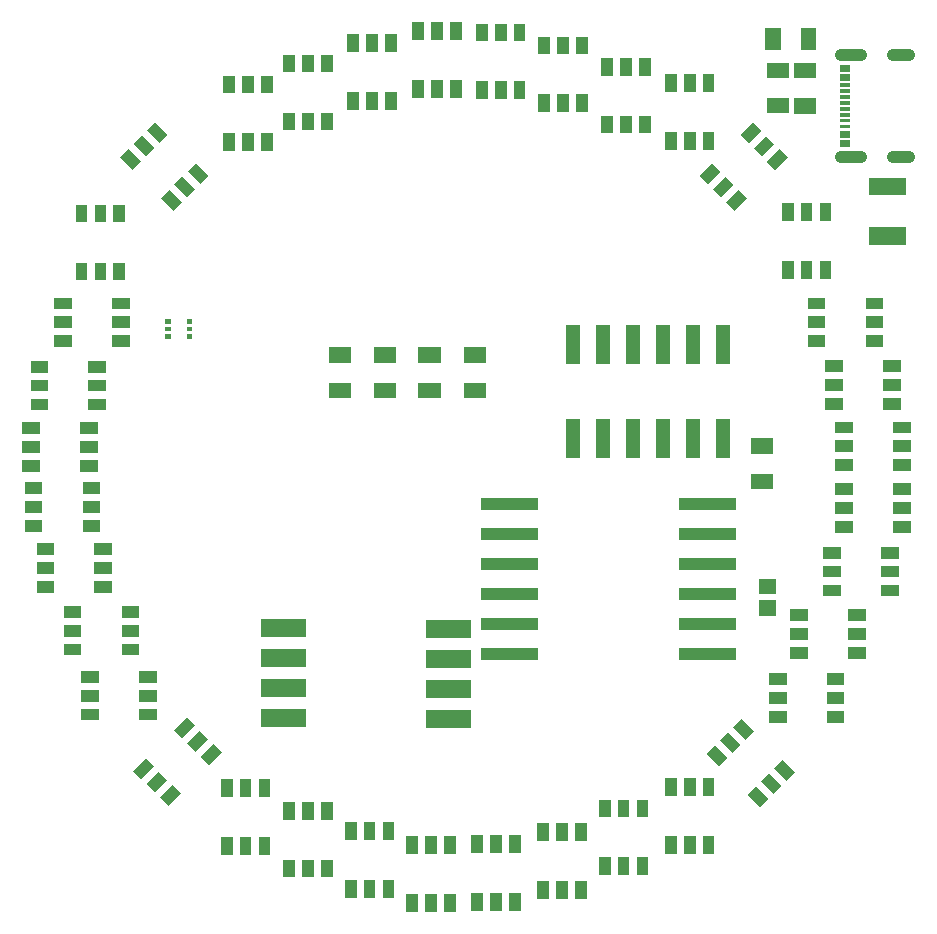
<source format=gbr>
G04 start of page 10 for group -4015 idx -4015 *
G04 Title: (unknown), toppaste *
G04 Creator: pcb 4.2.0 *
G04 CreationDate: Fri Feb 14 02:49:43 2020 UTC *
G04 For: blinken *
G04 Format: Gerber/RS-274X *
G04 PCB-Dimensions (mm): 90.16 90.16 *
G04 PCB-Coordinate-Origin: lower left *
%MOMM*%
%FSLAX43Y43*%
%LNTOPPASTE*%
%ADD80C,1.000*%
%ADD79C,0.002*%
G54D79*G36*
X22000Y83260D02*X21000D01*
Y81760D01*
X22000D01*
Y83260D01*
G37*
G36*
X20400D02*X19400D01*
Y81760D01*
X20400D01*
Y83260D01*
G37*
G36*
X23600Y78360D02*X22600D01*
Y76860D01*
X23600D01*
Y78360D01*
G37*
G36*
X22000D02*X21000D01*
Y76860D01*
X22000D01*
Y78360D01*
G37*
G36*
X20400D02*X19400D01*
Y76860D01*
X20400D01*
Y78360D01*
G37*
G36*
X23600Y83260D02*X22600D01*
Y81760D01*
X23600D01*
Y83260D01*
G37*
G36*
X38000Y87760D02*X37000D01*
Y86260D01*
X38000D01*
Y87760D01*
G37*
G36*
X36400D02*X35400D01*
Y86260D01*
X36400D01*
Y87760D01*
G37*
G36*
X39600Y82860D02*X38600D01*
Y81360D01*
X39600D01*
Y82860D01*
G37*
G36*
X38000D02*X37000D01*
Y81360D01*
X38000D01*
Y82860D01*
G37*
G36*
X36400D02*X35400D01*
Y81360D01*
X36400D01*
Y82860D01*
G37*
G36*
X39600Y87760D02*X38600D01*
Y86260D01*
X39600D01*
Y87760D01*
G37*
G36*
X43400Y87660D02*X42400D01*
Y86160D01*
X43400D01*
Y87660D01*
G37*
G36*
X41800D02*X40800D01*
Y86160D01*
X41800D01*
Y87660D01*
G37*
G36*
X45000Y82760D02*X44000D01*
Y81260D01*
X45000D01*
Y82760D01*
G37*
G36*
X43400D02*X42400D01*
Y81260D01*
X43400D01*
Y82760D01*
G37*
G36*
X41800D02*X40800D01*
Y81260D01*
X41800D01*
Y82760D01*
G37*
G36*
X45000Y87660D02*X44000D01*
Y86160D01*
X45000D01*
Y87660D01*
G37*
G36*
X48700Y86560D02*X47700D01*
Y85060D01*
X48700D01*
Y86560D01*
G37*
G36*
X47100D02*X46100D01*
Y85060D01*
X47100D01*
Y86560D01*
G37*
G36*
X50300Y81660D02*X49300D01*
Y80160D01*
X50300D01*
Y81660D01*
G37*
G36*
X48700D02*X47700D01*
Y80160D01*
X48700D01*
Y81660D01*
G37*
G36*
X47100D02*X46100D01*
Y80160D01*
X47100D01*
Y81660D01*
G37*
G36*
X50300Y86560D02*X49300D01*
Y85060D01*
X50300D01*
Y86560D01*
G37*
G36*
X59400Y83360D02*X58400D01*
Y81860D01*
X59400D01*
Y83360D01*
G37*
G36*
X57800D02*X56800D01*
Y81860D01*
X57800D01*
Y83360D01*
G37*
G36*
X61000Y78460D02*X60000D01*
Y76960D01*
X61000D01*
Y78460D01*
G37*
G36*
X59400D02*X58400D01*
Y76960D01*
X59400D01*
Y78460D01*
G37*
G36*
X57800D02*X56800D01*
Y76960D01*
X57800D01*
Y78460D01*
G37*
G36*
X61000Y83360D02*X60000D01*
Y81860D01*
X61000D01*
Y83360D01*
G37*
G36*
X73800Y62860D02*Y61860D01*
X75300D01*
Y62860D01*
X73800D01*
G37*
G36*
Y64460D02*Y63460D01*
X75300D01*
Y64460D01*
X73800D01*
G37*
G36*
X68900Y61260D02*Y60260D01*
X70400D01*
Y61260D01*
X68900D01*
G37*
G36*
Y62860D02*Y61860D01*
X70400D01*
Y62860D01*
X68900D01*
G37*
G36*
Y64460D02*Y63460D01*
X70400D01*
Y64460D01*
X68900D01*
G37*
G36*
X73800Y61260D02*Y60260D01*
X75300D01*
Y61260D01*
X73800D01*
G37*
G36*
X75300Y57560D02*Y56560D01*
X76800D01*
Y57560D01*
X75300D01*
G37*
G36*
Y59160D02*Y58160D01*
X76800D01*
Y59160D01*
X75300D01*
G37*
G36*
X70400Y55960D02*Y54960D01*
X71900D01*
Y55960D01*
X70400D01*
G37*
G36*
Y57560D02*Y56560D01*
X71900D01*
Y57560D01*
X70400D01*
G37*
G36*
Y59160D02*Y58160D01*
X71900D01*
Y59160D01*
X70400D01*
G37*
G36*
X75300Y55960D02*Y54960D01*
X76800D01*
Y55960D01*
X75300D01*
G37*
G36*
X76100Y52360D02*Y51360D01*
X77600D01*
Y52360D01*
X76100D01*
G37*
G36*
Y53960D02*Y52960D01*
X77600D01*
Y53960D01*
X76100D01*
G37*
G36*
X71200Y50760D02*Y49760D01*
X72700D01*
Y50760D01*
X71200D01*
G37*
G36*
Y52360D02*Y51360D01*
X72700D01*
Y52360D01*
X71200D01*
G37*
G36*
Y53960D02*Y52960D01*
X72700D01*
Y53960D01*
X71200D01*
G37*
G36*
X76100Y50760D02*Y49760D01*
X77600D01*
Y50760D01*
X76100D01*
G37*
G36*
Y47160D02*Y46160D01*
X77600D01*
Y47160D01*
X76100D01*
G37*
G36*
Y48760D02*Y47760D01*
X77600D01*
Y48760D01*
X76100D01*
G37*
G36*
X71200Y45560D02*Y44560D01*
X72700D01*
Y45560D01*
X71200D01*
G37*
G36*
Y47160D02*Y46160D01*
X72700D01*
Y47160D01*
X71200D01*
G37*
G36*
Y48760D02*Y47760D01*
X72700D01*
Y48760D01*
X71200D01*
G37*
G36*
X76100Y45560D02*Y44560D01*
X77600D01*
Y45560D01*
X76100D01*
G37*
G36*
X75100Y41760D02*Y40760D01*
X76600D01*
Y41760D01*
X75100D01*
G37*
G36*
Y43360D02*Y42360D01*
X76600D01*
Y43360D01*
X75100D01*
G37*
G36*
X70200Y40160D02*Y39160D01*
X71700D01*
Y40160D01*
X70200D01*
G37*
G36*
Y41760D02*Y40760D01*
X71700D01*
Y41760D01*
X70200D01*
G37*
G36*
Y43360D02*Y42360D01*
X71700D01*
Y43360D01*
X70200D01*
G37*
G36*
X75100Y40160D02*Y39160D01*
X76600D01*
Y40160D01*
X75100D01*
G37*
G36*
X72300Y36460D02*Y35460D01*
X73800D01*
Y36460D01*
X72300D01*
G37*
G36*
Y38060D02*Y37060D01*
X73800D01*
Y38060D01*
X72300D01*
G37*
G36*
X67400Y34860D02*Y33860D01*
X68900D01*
Y34860D01*
X67400D01*
G37*
G36*
Y36460D02*Y35460D01*
X68900D01*
Y36460D01*
X67400D01*
G37*
G36*
Y38060D02*Y37060D01*
X68900D01*
Y38060D01*
X67400D01*
G37*
G36*
X72300Y34860D02*Y33860D01*
X73800D01*
Y34860D01*
X72300D01*
G37*
G36*
X70500Y31060D02*Y30060D01*
X72000D01*
Y31060D01*
X70500D01*
G37*
G36*
Y32660D02*Y31660D01*
X72000D01*
Y32660D01*
X70500D01*
G37*
G36*
X65600Y29460D02*Y28460D01*
X67100D01*
Y29460D01*
X65600D01*
G37*
G36*
Y31060D02*Y30060D01*
X67100D01*
Y31060D01*
X65600D01*
G37*
G36*
Y32660D02*Y31660D01*
X67100D01*
Y32660D01*
X65600D01*
G37*
G36*
X70500Y29460D02*Y28460D01*
X72000D01*
Y29460D01*
X70500D01*
G37*
G36*
X65631Y24206D02*X64924Y23499D01*
X65985Y22438D01*
X66692Y23145D01*
X65631Y24206D01*
G37*
G36*
X66763Y25337D02*X66056Y24630D01*
X67116Y23569D01*
X67823Y24277D01*
X66763Y25337D01*
G37*
G36*
X61035Y26539D02*X60328Y25832D01*
X61389Y24771D01*
X62096Y25478D01*
X61035Y26539D01*
G37*
G36*
X62166Y27671D02*X61459Y26963D01*
X62520Y25903D01*
X63227Y26610D01*
X62166Y27671D01*
G37*
G36*
X63298Y28802D02*X62591Y28095D01*
X63652Y27034D01*
X64359Y27741D01*
X63298Y28802D01*
G37*
G36*
X64500Y23074D02*X63793Y22367D01*
X64854Y21307D01*
X65561Y22014D01*
X64500Y23074D01*
G37*
G36*
X59400Y18860D02*X58400D01*
Y17360D01*
X59400D01*
Y18860D01*
G37*
G36*
X61000D02*X60000D01*
Y17360D01*
X61000D01*
Y18860D01*
G37*
G36*
X57800Y23760D02*X56800D01*
Y22260D01*
X57800D01*
Y23760D01*
G37*
G36*
X59400D02*X58400D01*
Y22260D01*
X59400D01*
Y23760D01*
G37*
G36*
X61000D02*X60000D01*
Y22260D01*
X61000D01*
Y23760D01*
G37*
G36*
X57800Y18860D02*X56800D01*
Y17360D01*
X57800D01*
Y18860D01*
G37*
G36*
X53800Y17060D02*X52800D01*
Y15560D01*
X53800D01*
Y17060D01*
G37*
G36*
X55400D02*X54400D01*
Y15560D01*
X55400D01*
Y17060D01*
G37*
G36*
X52200Y21960D02*X51200D01*
Y20460D01*
X52200D01*
Y21960D01*
G37*
G36*
X53800D02*X52800D01*
Y20460D01*
X53800D01*
Y21960D01*
G37*
G36*
X55400D02*X54400D01*
Y20460D01*
X55400D01*
Y21960D01*
G37*
G36*
X52200Y17060D02*X51200D01*
Y15560D01*
X52200D01*
Y17060D01*
G37*
G36*
X48600Y15060D02*X47600D01*
Y13560D01*
X48600D01*
Y15060D01*
G37*
G36*
X50200D02*X49200D01*
Y13560D01*
X50200D01*
Y15060D01*
G37*
G36*
X47000Y19960D02*X46000D01*
Y18460D01*
X47000D01*
Y19960D01*
G37*
G36*
X48600D02*X47600D01*
Y18460D01*
X48600D01*
Y19960D01*
G37*
G36*
X50200D02*X49200D01*
Y18460D01*
X50200D01*
Y19960D01*
G37*
G36*
X47000Y15060D02*X46000D01*
Y13560D01*
X47000D01*
Y15060D01*
G37*
G36*
X43000Y14060D02*X42000D01*
Y12560D01*
X43000D01*
Y14060D01*
G37*
G36*
X44600D02*X43600D01*
Y12560D01*
X44600D01*
Y14060D01*
G37*
G36*
X41400Y18960D02*X40400D01*
Y17460D01*
X41400D01*
Y18960D01*
G37*
G36*
X43000D02*X42000D01*
Y17460D01*
X43000D01*
Y18960D01*
G37*
G36*
X44600D02*X43600D01*
Y17460D01*
X44600D01*
Y18960D01*
G37*
G36*
X41400Y14060D02*X40400D01*
Y12560D01*
X41400D01*
Y14060D01*
G37*
G36*
X32300Y15160D02*X31300D01*
Y13660D01*
X32300D01*
Y15160D01*
G37*
G36*
X33900D02*X32900D01*
Y13660D01*
X33900D01*
Y15160D01*
G37*
G36*
X30700Y20060D02*X29700D01*
Y18560D01*
X30700D01*
Y20060D01*
G37*
G36*
X32300D02*X31300D01*
Y18560D01*
X32300D01*
Y20060D01*
G37*
G36*
X33900D02*X32900D01*
Y18560D01*
X33900D01*
Y20060D01*
G37*
G36*
X30700Y15160D02*X29700D01*
Y13660D01*
X30700D01*
Y15160D01*
G37*
G36*
X27100Y16860D02*X26100D01*
Y15360D01*
X27100D01*
Y16860D01*
G37*
G36*
X28700D02*X27700D01*
Y15360D01*
X28700D01*
Y16860D01*
G37*
G36*
X25500Y21760D02*X24500D01*
Y20260D01*
X25500D01*
Y21760D01*
G37*
G36*
X27100D02*X26100D01*
Y20260D01*
X27100D01*
Y21760D01*
G37*
G36*
X28700D02*X27700D01*
Y20260D01*
X28700D01*
Y21760D01*
G37*
G36*
X25500Y16860D02*X24500D01*
Y15360D01*
X25500D01*
Y16860D01*
G37*
G36*
X21800Y18760D02*X20800D01*
Y17260D01*
X21800D01*
Y18760D01*
G37*
G36*
X23400D02*X22400D01*
Y17260D01*
X23400D01*
Y18760D01*
G37*
G36*
X20200Y23660D02*X19200D01*
Y22160D01*
X20200D01*
Y23660D01*
G37*
G36*
X21800D02*X20800D01*
Y22160D01*
X21800D01*
Y23660D01*
G37*
G36*
X23400D02*X22400D01*
Y22160D01*
X23400D01*
Y23660D01*
G37*
G36*
X20200Y18760D02*X19200D01*
Y17260D01*
X20200D01*
Y18760D01*
G37*
G36*
X14680Y23618D02*X13973Y24325D01*
X12912Y23264D01*
X13619Y22557D01*
X14680Y23618D01*
G37*
G36*
X15811Y22486D02*X15104Y23193D01*
X14043Y22133D01*
X14750Y21426D01*
X15811Y22486D01*
G37*
G36*
X17013Y28214D02*X16306Y28921D01*
X15245Y27860D01*
X15952Y27153D01*
X17013Y28214D01*
G37*
G36*
X18144Y27082D02*X17437Y27790D01*
X16377Y26729D01*
X17084Y26022D01*
X18144Y27082D01*
G37*
G36*
X19276Y25951D02*X18569Y26658D01*
X17508Y25597D01*
X18215Y24890D01*
X19276Y25951D01*
G37*
G36*
X13548Y24749D02*X12841Y25456D01*
X11781Y24395D01*
X12488Y23688D01*
X13548Y24749D01*
G37*
G36*
X7400Y31260D02*X7400Y30260D01*
X8900Y30260D01*
X8900Y31260D01*
X7400Y31260D01*
G37*
G36*
X7400Y29660D02*Y28660D01*
X8900D01*
Y29660D01*
X7400D01*
G37*
G36*
X12300Y32860D02*X12300Y31860D01*
X13800Y31860D01*
X13800Y32860D01*
X12300Y32860D01*
G37*
G36*
X12300Y31260D02*Y30260D01*
X13800D01*
Y31260D01*
X12300D01*
G37*
G36*
Y29660D02*Y28660D01*
X13800D01*
Y29660D01*
X12300D01*
G37*
G36*
X7400Y32860D02*Y31860D01*
X8900D01*
Y32860D01*
X7400D01*
G37*
G36*
X5900Y36760D02*X5900Y35760D01*
X7400Y35760D01*
X7400Y36760D01*
X5900Y36760D01*
G37*
G36*
X5900Y35160D02*Y34160D01*
X7400D01*
Y35160D01*
X5900D01*
G37*
G36*
X10800Y38360D02*X10800Y37360D01*
X12300Y37360D01*
X12300Y38360D01*
X10800Y38360D01*
G37*
G36*
X10800Y36760D02*Y35760D01*
X12300D01*
Y36760D01*
X10800D01*
G37*
G36*
Y35160D02*Y34160D01*
X12300D01*
Y35160D01*
X10800D01*
G37*
G36*
X5900Y38360D02*Y37360D01*
X7400D01*
Y38360D01*
X5900D01*
G37*
G36*
X3600Y42060D02*X3600Y41060D01*
X5100Y41060D01*
X5100Y42060D01*
X3600Y42060D01*
G37*
G36*
X3600Y40460D02*Y39460D01*
X5100D01*
Y40460D01*
X3600D01*
G37*
G36*
X8500Y43660D02*X8500Y42660D01*
X10000Y42660D01*
X10000Y43660D01*
X8500Y43660D01*
G37*
G36*
X8500Y42060D02*Y41060D01*
X10000D01*
Y42060D01*
X8500D01*
G37*
G36*
Y40460D02*Y39460D01*
X10000D01*
Y40460D01*
X8500D01*
G37*
G36*
X3600Y43660D02*Y42660D01*
X5100D01*
Y43660D01*
X3600D01*
G37*
G36*
X2600Y47210D02*X2600Y46210D01*
X4100Y46210D01*
X4100Y47210D01*
X2600Y47210D01*
G37*
G36*
X2600Y45610D02*Y44610D01*
X4100D01*
Y45610D01*
X2600D01*
G37*
G36*
X7500Y48810D02*X7500Y47810D01*
X9000Y47810D01*
X9000Y48810D01*
X7500Y48810D01*
G37*
G36*
X7500Y47210D02*Y46210D01*
X9000D01*
Y47210D01*
X7500D01*
G37*
G36*
Y45610D02*Y44610D01*
X9000D01*
Y45610D01*
X7500D01*
G37*
G36*
X2600Y48810D02*Y47810D01*
X4100D01*
Y48810D01*
X2600D01*
G37*
G36*
X2400Y52310D02*X2400Y51310D01*
X3900Y51310D01*
X3900Y52310D01*
X2400Y52310D01*
G37*
G36*
X2400Y50710D02*Y49710D01*
X3900D01*
Y50710D01*
X2400D01*
G37*
G36*
X7300Y53910D02*X7300Y52910D01*
X8800Y52910D01*
X8800Y53910D01*
X7300Y53910D01*
G37*
G36*
X7300Y52310D02*Y51310D01*
X8800D01*
Y52310D01*
X7300D01*
G37*
G36*
Y50710D02*Y49710D01*
X8800D01*
Y50710D01*
X7300D01*
G37*
G36*
X2400Y53910D02*Y52910D01*
X3900D01*
Y53910D01*
X2400D01*
G37*
G36*
X3100Y57510D02*X3100Y56510D01*
X4600Y56510D01*
X4600Y57510D01*
X3100Y57510D01*
G37*
G36*
X3100Y55910D02*Y54910D01*
X4600D01*
Y55910D01*
X3100D01*
G37*
G36*
X8000Y59110D02*X8000Y58110D01*
X9500Y58110D01*
X9500Y59110D01*
X8000Y59110D01*
G37*
G36*
X8000Y57510D02*Y56510D01*
X9500D01*
Y57510D01*
X8000D01*
G37*
G36*
Y55910D02*Y54910D01*
X9500D01*
Y55910D01*
X8000D01*
G37*
G36*
X3100Y59110D02*Y58110D01*
X4600D01*
Y59110D01*
X3100D01*
G37*
G36*
X5100Y62860D02*X5100Y61860D01*
X6600Y61860D01*
X6600Y62860D01*
X5100Y62860D01*
G37*
G36*
X5100Y61260D02*Y60260D01*
X6600D01*
Y61260D01*
X5100D01*
G37*
G36*
X10000Y64460D02*X10000Y63460D01*
X11500Y63460D01*
X11500Y64460D01*
X10000Y64460D01*
G37*
G36*
X10000Y62860D02*Y61860D01*
X11500D01*
Y62860D01*
X10000D01*
G37*
G36*
Y61260D02*Y60260D01*
X11500D01*
Y61260D01*
X10000D01*
G37*
G36*
X5100Y64460D02*Y63460D01*
X6600D01*
Y64460D01*
X5100D01*
G37*
G36*
X36592Y37127D02*Y35627D01*
X40392D01*
Y37127D01*
X36592D01*
G37*
G36*
Y34587D02*Y33087D01*
X40392D01*
Y34587D01*
X36592D01*
G37*
G36*
Y32047D02*Y30547D01*
X40392D01*
Y32047D01*
X36592D01*
G37*
G36*
Y29507D02*Y28007D01*
X40392D01*
Y29507D01*
X36592D01*
G37*
G36*
X22636Y37254D02*Y35754D01*
X26436D01*
Y37254D01*
X22636D01*
G37*
G36*
Y34714D02*Y33214D01*
X26436D01*
Y34714D01*
X22636D01*
G37*
G36*
Y32174D02*Y30674D01*
X26436D01*
Y32174D01*
X22636D01*
G37*
G36*
Y29634D02*Y28134D01*
X26436D01*
Y29634D01*
X22636D01*
G37*
G36*
X41227Y34779D02*Y33779D01*
X46037D01*
Y34779D01*
X41227D01*
G37*
G36*
Y37319D02*Y36319D01*
X46037D01*
Y37319D01*
X41227D01*
G37*
G36*
Y39859D02*Y38859D01*
X46037D01*
Y39859D01*
X41227D01*
G37*
G36*
Y42399D02*Y41399D01*
X46037D01*
Y42399D01*
X41227D01*
G37*
G36*
Y44939D02*Y43939D01*
X46037D01*
Y44939D01*
X41227D01*
G37*
G36*
Y47479D02*Y46479D01*
X46037D01*
Y47479D01*
X41227D01*
G37*
G36*
X58037Y34779D02*Y33779D01*
X62847D01*
Y34779D01*
X58037D01*
G37*
G36*
Y37319D02*Y36319D01*
X62847D01*
Y37319D01*
X58037D01*
G37*
G36*
Y39859D02*Y38859D01*
X62847D01*
Y39859D01*
X58037D01*
G37*
G36*
Y42399D02*Y41399D01*
X62847D01*
Y42399D01*
X58037D01*
G37*
G36*
Y44939D02*Y43939D01*
X62847D01*
Y44939D01*
X58037D01*
G37*
G36*
Y47479D02*Y46479D01*
X62847D01*
Y47479D01*
X58037D01*
G37*
G36*
X65447Y84345D02*Y83045D01*
X67347D01*
Y84345D01*
X65447D01*
G37*
G36*
Y81346D02*Y80046D01*
X67347D01*
Y81346D01*
X65447D01*
G37*
G36*
X67720Y84340D02*Y83040D01*
X69620D01*
Y84340D01*
X67720D01*
G37*
G36*
Y81340D02*Y80040D01*
X69620D01*
Y81340D01*
X67720D01*
G37*
G36*
X66620Y87300D02*X65320D01*
Y85400D01*
X66620D01*
Y87300D01*
G37*
G36*
X69620D02*X68320D01*
Y85400D01*
X69620D01*
Y87300D01*
G37*
G36*
X27090Y85020D02*X26090D01*
Y83520D01*
X27090D01*
Y85020D01*
G37*
G36*
X25490D02*X24490D01*
Y83520D01*
X25490D01*
Y85020D01*
G37*
G36*
X28690Y80120D02*X27690D01*
Y78620D01*
X28690D01*
Y80120D01*
G37*
G36*
X27090D02*X26090D01*
Y78620D01*
X27090D01*
Y80120D01*
G37*
G36*
X25490D02*X24490D01*
Y78620D01*
X25490D01*
Y80120D01*
G37*
G36*
X28690Y85020D02*X27690D01*
Y83520D01*
X28690D01*
Y85020D01*
G37*
G36*
X32500Y86760D02*X31500D01*
Y85260D01*
X32500D01*
Y86760D01*
G37*
G36*
X30900D02*X29900D01*
Y85260D01*
X30900D01*
Y86760D01*
G37*
G36*
X34100Y81860D02*X33100D01*
Y80360D01*
X34100D01*
Y81860D01*
G37*
G36*
X32500D02*X31500D01*
Y80360D01*
X32500D01*
Y81860D01*
G37*
G36*
X30900D02*X29900D01*
Y80360D01*
X30900D01*
Y81860D01*
G37*
G36*
X34100Y86760D02*X33100D01*
Y85260D01*
X34100D01*
Y86760D01*
G37*
G36*
X35920Y57244D02*Y55944D01*
X37820D01*
Y57244D01*
X35920D01*
G37*
G36*
Y60243D02*Y58943D01*
X37820D01*
Y60243D01*
X35920D01*
G37*
G36*
X32135Y57237D02*Y55937D01*
X34035D01*
Y57237D01*
X32135D01*
G37*
G36*
Y60237D02*Y58937D01*
X34035D01*
Y60237D01*
X32135D01*
G37*
G36*
X39784Y60234D02*Y58934D01*
X41684D01*
Y60234D01*
X39784D01*
G37*
G36*
Y57234D02*Y55934D01*
X41684D01*
Y57234D01*
X39784D01*
G37*
G36*
X28339Y57241D02*Y55941D01*
X30239D01*
Y57241D01*
X28339D01*
G37*
G36*
Y60241D02*Y58941D01*
X30239D01*
Y60241D01*
X28339D01*
G37*
G36*
X49581Y62117D02*X48431D01*
Y58817D01*
X49581D01*
Y62117D01*
G37*
G36*
X52121D02*X50971D01*
Y58817D01*
X52121D01*
Y62117D01*
G37*
G36*
X54661D02*X53511D01*
Y58817D01*
X54661D01*
Y62117D01*
G37*
G36*
X57201D02*X56051D01*
Y58817D01*
X57201D01*
Y62117D01*
G37*
G36*
X59741D02*X58591D01*
Y58817D01*
X59741D01*
Y62117D01*
G37*
G36*
X62281D02*X61131D01*
Y58817D01*
X62281D01*
Y62117D01*
G37*
G36*
X49581Y54217D02*X48431D01*
Y50917D01*
X49581D01*
Y54217D01*
G37*
G36*
X52121D02*X50971D01*
Y50917D01*
X52121D01*
Y54217D01*
G37*
G36*
X54661D02*X53511D01*
Y50917D01*
X54661D01*
Y54217D01*
G37*
G36*
X57201D02*X56051D01*
Y50917D01*
X57201D01*
Y54217D01*
G37*
G36*
X59741D02*X58591D01*
Y50917D01*
X59741D01*
Y54217D01*
G37*
G36*
X62281D02*X61131D01*
Y50917D01*
X62281D01*
Y54217D01*
G37*
G36*
X16301Y61345D02*Y60945D01*
X16801D01*
Y61345D01*
X16301D01*
G37*
G36*
Y61995D02*Y61595D01*
X16801D01*
Y61995D01*
X16301D01*
G37*
G36*
Y62645D02*Y62245D01*
X16801D01*
Y62645D01*
X16301D01*
G37*
G36*
X14451D02*Y62245D01*
X14951D01*
Y62645D01*
X14451D01*
G37*
G36*
Y61995D02*Y61595D01*
X14951D01*
Y61995D01*
X14451D01*
G37*
G36*
Y61345D02*Y60945D01*
X14951D01*
Y61345D01*
X14451D01*
G37*
G36*
X54000Y84760D02*X53000D01*
Y83260D01*
X54000D01*
Y84760D01*
G37*
G36*
X52400D02*X51400D01*
Y83260D01*
X52400D01*
Y84760D01*
G37*
G36*
X55600Y79860D02*X54600D01*
Y78360D01*
X55600D01*
Y79860D01*
G37*
G36*
X54000D02*X53000D01*
Y78360D01*
X54000D01*
Y79860D01*
G37*
G36*
X52400D02*X51400D01*
Y78360D01*
X52400D01*
Y79860D01*
G37*
G36*
X55600Y84760D02*X54600D01*
Y83260D01*
X55600D01*
Y84760D01*
G37*
G36*
X37500Y13960D02*X36500D01*
Y12460D01*
X37500D01*
Y13960D01*
G37*
G36*
X39100D02*X38100D01*
Y12460D01*
X39100D01*
Y13960D01*
G37*
G36*
X35900Y18860D02*X34900D01*
Y17360D01*
X35900D01*
Y18860D01*
G37*
G36*
X37500D02*X36500D01*
Y17360D01*
X37500D01*
Y18860D01*
G37*
G36*
X39100D02*X38100D01*
Y17360D01*
X39100D01*
Y18860D01*
G37*
G36*
X35900Y13960D02*X34900D01*
Y12460D01*
X35900D01*
Y13960D01*
G37*
G36*
X9510Y72320D02*X8510Y72320D01*
X8510Y70820D01*
X9510Y70820D01*
X9510Y72320D01*
G37*
G36*
X7910Y72320D02*X6910D01*
Y70820D01*
X7910D01*
Y72320D01*
G37*
G36*
X11110Y67420D02*X10110Y67420D01*
X10110Y65920D01*
X11110Y65920D01*
X11110Y67420D01*
G37*
G36*
X9510Y67420D02*X8510D01*
Y65920D01*
X9510D01*
Y67420D01*
G37*
G36*
X7910D02*X6910D01*
Y65920D01*
X7910D01*
Y67420D01*
G37*
G36*
X11110Y72320D02*X10110D01*
Y70820D01*
X11110D01*
Y72320D01*
G37*
G36*
X12496Y78184D02*X11788Y77477D01*
X12849Y76416D01*
X13556Y77124D01*
X12496Y78184D01*
G37*
G36*
X11364Y77053D02*X10657Y76346D01*
X11718Y75285D01*
X12425Y75992D01*
X11364Y77053D01*
G37*
G36*
X17092Y75851D02*X16385Y75144D01*
X17445Y74083D01*
X18152Y74790D01*
X17092Y75851D01*
G37*
G36*
X15960Y74720D02*X15253Y74012D01*
X16314Y72952D01*
X17021Y73659D01*
X15960Y74720D01*
G37*
G36*
X14829Y73588D02*X14122Y72881D01*
X15183Y71820D01*
X15890Y72527D01*
X14829Y73588D01*
G37*
G36*
X13627Y79316D02*X12920Y78608D01*
X13980Y77548D01*
X14688Y78255D01*
X13627Y79316D01*
G37*
G36*
X69300Y72430D02*X68300D01*
Y70930D01*
X69300D01*
Y72430D01*
G37*
G36*
X67700D02*X66700D01*
Y70930D01*
X67700D01*
Y72430D01*
G37*
G36*
X70900Y67530D02*X69900D01*
Y66030D01*
X70900D01*
Y67530D01*
G37*
G36*
X69300D02*X68300D01*
Y66030D01*
X69300D01*
Y67530D01*
G37*
G36*
X67700D02*X66700D01*
Y66030D01*
X67700D01*
Y67530D01*
G37*
G36*
X70900Y72430D02*X69900D01*
Y70930D01*
X70900D01*
Y72430D01*
G37*
G36*
X66082Y77465D02*X65375Y78172D01*
X64314Y77112D01*
X65021Y76404D01*
X66082Y77465D01*
G37*
G36*
X64951Y78597D02*X64244Y79304D01*
X63183Y78243D01*
X63890Y77536D01*
X64951Y78597D01*
G37*
G36*
X63749Y72869D02*X63042Y73576D01*
X61981Y72515D01*
X62688Y71808D01*
X63749Y72869D01*
G37*
G36*
X62617Y74000D02*X61910Y74707D01*
X60850Y73647D01*
X61557Y72939D01*
X62617Y74000D01*
G37*
G36*
X61486Y75132D02*X60779Y75839D01*
X59718Y74778D01*
X60425Y74071D01*
X61486Y75132D01*
G37*
G36*
X67214Y76334D02*X66506Y77041D01*
X65446Y75980D01*
X66153Y75273D01*
X67214Y76334D01*
G37*
G54D80*X76100Y76390D02*X77500D01*
X71750Y85040D02*X73440D01*
X71750Y76390D02*X73440D01*
X76100Y85040D02*X77500D01*
G54D79*G36*
X71600Y84190D02*Y83590D01*
X72450D01*
Y84190D01*
X71600D01*
G37*
G36*
Y83390D02*Y82790D01*
X72450D01*
Y83390D01*
X71600D01*
G37*
G36*
Y82590D02*Y82290D01*
X72450D01*
Y82590D01*
X71600D01*
G37*
G36*
Y82090D02*Y81790D01*
X72450D01*
Y82090D01*
X71600D01*
G37*
G36*
Y81590D02*Y81290D01*
X72450D01*
Y81590D01*
X71600D01*
G37*
G36*
Y81090D02*Y80790D01*
X72450D01*
Y81090D01*
X71600D01*
G37*
G36*
Y80590D02*Y80290D01*
X72450D01*
Y80590D01*
X71600D01*
G37*
G36*
Y80090D02*Y79790D01*
X72450D01*
Y80090D01*
X71600D01*
G37*
G36*
Y79590D02*Y79290D01*
X72450D01*
Y79590D01*
X71600D01*
G37*
G36*
Y79090D02*Y78790D01*
X72450D01*
Y79090D01*
X71600D01*
G37*
G36*
Y78590D02*Y77990D01*
X72450D01*
Y78590D01*
X71600D01*
G37*
G36*
Y77790D02*Y77190D01*
X72450D01*
Y77790D01*
X71600D01*
G37*
G36*
X74050Y74610D02*Y73110D01*
X77250D01*
Y74610D01*
X74050D01*
G37*
G36*
Y70410D02*Y68910D01*
X77250D01*
Y70410D01*
X74050D01*
G37*
G36*
X64090Y52530D02*Y51230D01*
X65990D01*
Y52530D01*
X64090D01*
G37*
G36*
Y49530D02*Y48230D01*
X65990D01*
Y49530D01*
X64090D01*
G37*
G36*
X64730Y38840D02*Y37540D01*
X66230D01*
Y38840D01*
X64730D01*
G37*
G36*
Y40640D02*Y39340D01*
X66230D01*
Y40640D01*
X64730D01*
G37*
M02*

</source>
